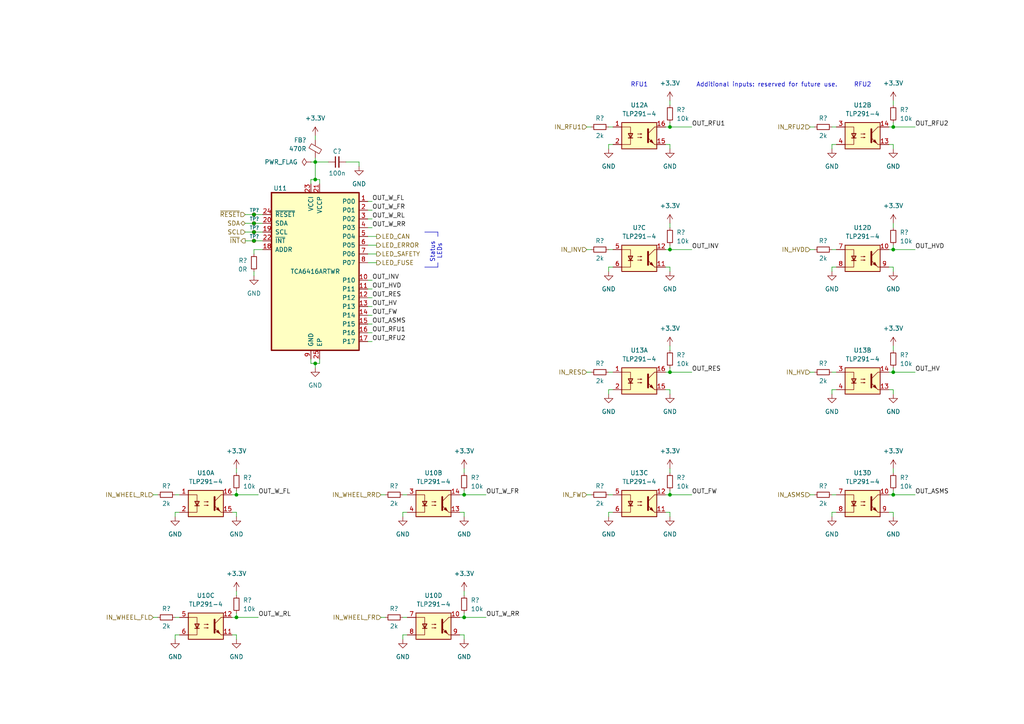
<source format=kicad_sch>
(kicad_sch (version 20230121) (generator eeschema)
  (paper "A4")
  (title_block (title "Safety Inputs") (date "2023-09-20") (rev "${REVISION}") (company "Author: I. Kajdan") (comment 1 "Reviewer:"))
  (lib_symbols
    (symbol "Connector:TestPoint_Small" (pin_numbers hide) (pin_names (offset 0.762) hide)
      (property "Reference" "TP" (at 0 3.81 0))
      (property "Value" "TestPoint_Small" (at 0 2.032 0))
      (symbol "TestPoint_Small_0_1"
        (circle (center 0 0) (radius 0.508))
      )
      (symbol "TestPoint_Small_1_1"
        (pin passive line (at 0 0 90) (length 0) (name "1") (number "1"))
      )
    )
    (symbol "Device:C_Small" (pin_numbers hide) (pin_names (offset 0.254) hide)
      (property "Reference" "C" (at 0.254 1.778 0))
      (property "Value" "C_Small" (at 0.254 -2.032 0))
      (symbol "C_Small_0_1"
        (polyline (pts (xy -1.524 -0.508) (xy 1.524 -0.508)) (stroke (width 0.3302)))
        (polyline (pts (xy -1.524 0.508) (xy 1.524 0.508)) (stroke (width 0.3048)))
      )
      (symbol "C_Small_1_1"
        (pin passive line (at 0 2.54 270) (length 2.032) (name "~") (number "1"))
        (pin passive line (at 0 -2.54 90) (length 2.032) (name "~") (number "2"))
      )
    )
    (symbol "Device:FerriteBead_Small" (pin_numbers hide) (pin_names (offset 0))
      (property "Reference" "FB" (at 1.905 1.27 0))
      (property "Value" "FerriteBead_Small" (at 1.905 -1.27 0))
      (symbol "FerriteBead_Small_0_1"
        (polyline (pts (xy 0 -1.27) (xy 0 -0.7874)))
        (polyline (pts (xy 0 0.889) (xy 0 1.2954)))
        (polyline (pts (xy -1.8288 0.2794) (xy -1.1176 1.4986) (xy 1.8288 -0.2032) (xy 1.1176 -1.4224) (xy -1.8288 0.2794)))
      )
      (symbol "FerriteBead_Small_1_1"
        (pin passive line (at 0 2.54 270) (length 1.27) (name "~") (number "1"))
        (pin passive line (at 0 -2.54 90) (length 1.27) (name "~") (number "2"))
      )
    )
    (symbol "Device:R_Small" (pin_numbers hide) (pin_names (offset 0.254) hide)
      (property "Reference" "R" (at 0.762 0.508 0))
      (property "Value" "R_Small" (at 0.762 -1.016 0))
      (symbol "R_Small_0_1"
        (rectangle (start -0.762 1.778) (end 0.762 -1.778) (stroke (width 0.2032)))
      )
      (symbol "R_Small_1_1"
        (pin passive line (at 0 2.54 270) (length 0.762) (name "~") (number "1"))
        (pin passive line (at 0 -2.54 90) (length 0.762) (name "~") (number "2"))
      )
    )
    (symbol "Isolator:TLP291-4"
      (property "Reference" "U" (at -5.08 5.08 0))
      (property "Value" "TLP291-4" (at 0 5.08 0))
      (symbol "TLP291-4_0_1"
        (rectangle (start -5.08 3.81) (end 5.08 -3.81) (stroke (width 0.254)) (fill (type background)))
        (polyline (pts (xy -3.175 -0.635) (xy -1.905 -0.635)) (stroke (width 0.254)))
        (polyline (pts (xy 2.54 0.635) (xy 4.445 2.54)))
        (polyline (pts (xy 4.445 -2.54) (xy 2.54 -0.635)) (fill (type outline)))
        (polyline (pts (xy 4.445 -2.54) (xy 5.08 -2.54)))
        (polyline (pts (xy 4.445 2.54) (xy 5.08 2.54)))
        (polyline (pts (xy -5.08 2.54) (xy -2.54 2.54) (xy -2.54 0.635)))
        (polyline (pts (xy -2.54 0.635) (xy -2.54 -2.54) (xy -5.08 -2.54)))
        (polyline (pts (xy 2.54 1.905) (xy 2.54 -1.905) (xy 2.54 -1.905)) (stroke (width 0.508)))
        (polyline (pts (xy -2.54 -0.635) (xy -3.175 0.635) (xy -1.905 0.635) (xy -2.54 -0.635)) (stroke (width 0.254)))
        (polyline (pts (xy -0.508 -0.508) (xy 0.762 -0.508) (xy 0.381 -0.635) (xy 0.381 -0.381) (xy 0.762 -0.508)))
        (polyline (pts (xy -0.508 0.508) (xy 0.762 0.508) (xy 0.381 0.381) (xy 0.381 0.635) (xy 0.762 0.508)))
        (polyline (pts (xy 3.048 -1.651) (xy 3.556 -1.143) (xy 4.064 -2.159) (xy 3.048 -1.651) (xy 3.048 -1.651)) (fill (type outline)))
      )
      (symbol "TLP291-4_1_1"
        (pin passive line (at -7.62 2.54 0) (length 2.54) (name "~") (number "1"))
        (pin passive line (at 7.62 -2.54 180) (length 2.54) (name "~") (number "15"))
        (pin passive line (at 7.62 2.54 180) (length 2.54) (name "~") (number "16"))
        (pin passive line (at -7.62 -2.54 0) (length 2.54) (name "~") (number "2"))
      )
      (symbol "TLP291-4_2_1"
        (pin passive line (at 7.62 -2.54 180) (length 2.54) (name "~") (number "13"))
        (pin passive line (at 7.62 2.54 180) (length 2.54) (name "~") (number "14"))
        (pin passive line (at -7.62 2.54 0) (length 2.54) (name "~") (number "3"))
        (pin passive line (at -7.62 -2.54 0) (length 2.54) (name "~") (number "4"))
      )
      (symbol "TLP291-4_3_1"
        (pin passive line (at 7.62 -2.54 180) (length 2.54) (name "~") (number "11"))
        (pin passive line (at 7.62 2.54 180) (length 2.54) (name "~") (number "12"))
        (pin passive line (at -7.62 2.54 0) (length 2.54) (name "~") (number "5"))
        (pin passive line (at -7.62 -2.54 0) (length 2.54) (name "~") (number "6"))
      )
      (symbol "TLP291-4_4_1"
        (pin passive line (at 7.62 2.54 180) (length 2.54) (name "~") (number "10"))
        (pin passive line (at -7.62 2.54 0) (length 2.54) (name "~") (number "7"))
        (pin passive line (at -7.62 -2.54 0) (length 2.54) (name "~") (number "8"))
        (pin passive line (at 7.62 -2.54 180) (length 2.54) (name "~") (number "9"))
      )
    )
    (symbol "TCA6416ARTWR:TCA6416ARTWR" (pin_names (offset 1.016))
      (property "Reference" "U" (at -12.7 23.86 0))
      (property "Value" "TCA6416ARTWR" (at -7.62 -1.46 0))
      (symbol "TCA6416ARTWR_0_0"
        (rectangle (start -12.7 22.86) (end 12.7 -22.86) (stroke (width 0.41)) (fill (type background)))
      )
      (symbol "TCA6416ARTWR_1_0"
        (pin bidirectional line (at 15.24 20.32 180) (length 2.54) (name "P00") (number "1"))
        (pin bidirectional line (at 15.24 -2.54 180) (length 2.54) (name "P10") (number "10"))
        (pin bidirectional line (at 15.24 -5.08 180) (length 2.54) (name "P11") (number "11"))
        (pin bidirectional line (at 15.24 -7.62 180) (length 2.54) (name "P12") (number "12"))
        (pin bidirectional line (at 15.24 -10.16 180) (length 2.54) (name "P13") (number "13"))
        (pin bidirectional line (at 15.24 -12.7 180) (length 2.54) (name "P14") (number "14"))
        (pin bidirectional line (at 15.24 -15.24 180) (length 2.54) (name "P15") (number "15"))
        (pin bidirectional line (at 15.24 -17.78 180) (length 2.54) (name "P16") (number "16"))
        (pin bidirectional line (at 15.24 -20.32 180) (length 2.54) (name "P17") (number "17"))
        (pin input line (at -15.24 6.35 0) (length 2.54) (name "ADDR") (number "18"))
        (pin input line (at -15.24 11.43 0) (length 2.54) (name "SCL") (number "19"))
        (pin bidirectional line (at 15.24 17.78 180) (length 2.54) (name "P01") (number "2"))
        (pin bidirectional line (at -15.24 13.97 0) (length 2.54) (name "SDA") (number "20"))
        (pin power_in line (at 1.27 25.4 270) (length 2.54) (name "VCCP") (number "21"))
        (pin output line (at -15.24 8.89 0) (length 2.54) (name "~{INT}") (number "22"))
        (pin power_in line (at -1.27 25.4 270) (length 2.54) (name "VCCI") (number "23"))
        (pin input line (at -15.24 16.51 0) (length 2.54) (name "~{RESET}") (number "24"))
        (pin passive line (at 1.27 -25.4 90) (length 2.54) (name "EP") (number "25"))
        (pin bidirectional line (at 15.24 15.24 180) (length 2.54) (name "P02") (number "3"))
        (pin bidirectional line (at 15.24 12.7 180) (length 2.54) (name "P03") (number "4"))
        (pin bidirectional line (at 15.24 10.16 180) (length 2.54) (name "P04") (number "5"))
        (pin bidirectional line (at 15.24 7.62 180) (length 2.54) (name "P05") (number "6"))
        (pin bidirectional line (at 15.24 5.08 180) (length 2.54) (name "P06") (number "7"))
        (pin bidirectional line (at 15.24 2.54 180) (length 2.54) (name "P07") (number "8"))
        (pin power_in line (at -1.27 -25.4 90) (length 2.54) (name "GND") (number "9"))
      )
    )
    (symbol "power:+3.3V" (power) (pin_names (offset 0))
      (property "Value" "+3.3V" (at 0 3.556 0))
      (symbol "+3.3V_0_1"
        (polyline (pts (xy -0.762 1.27) (xy 0 2.54)))
        (polyline (pts (xy 0 0) (xy 0 2.54)))
        (polyline (pts (xy 0 2.54) (xy 0.762 1.27)))
      )
      (symbol "+3.3V_1_1"
        (pin power_in line (at 0 0 90) (length 0) hide (name "+3.3V") (number "1"))
      )
    )
    (symbol "power:GND" (power) (pin_names (offset 0))
      (property "Value" "GND" (at 0 -3.81 0))
      (symbol "GND_0_1"
        (polyline (pts (xy 0 0) (xy 0 -1.27) (xy 1.27 -1.27) (xy 0 -2.54) (xy -1.27 -1.27) (xy 0 -1.27)))
      )
      (symbol "GND_1_1"
        (pin power_in line (at 0 0 270) (length 0) hide (name "GND") (number "1"))
      )
    )
    (symbol "power:PWR_FLAG" (power) (pin_numbers hide) (pin_names (offset 0) hide)
      (property "Value" "PWR_FLAG" (at 0 3.81 0))
      (symbol "PWR_FLAG_0_0"
        (pin power_out line (at 0 0 90) (length 0) (name "pwr") (number "1"))
      )
      (symbol "PWR_FLAG_0_1"
        (polyline (pts (xy 0 0) (xy 0 1.27) (xy -1.016 1.905) (xy 0 2.54) (xy 1.016 1.905) (xy 0 1.27)))
      )
    )
  )
  (junction (at 91.44 46.99))
  (junction (at 91.44 105.41))
  (junction (at 259.08 36.83))
  (junction (at 134.62 179.07))
  (junction (at 68.58 143.51))
  (junction (at 259.08 72.39))
  (junction (at 134.62 143.51))
  (junction (at 194.31 143.51))
  (junction (at 194.31 72.39))
  (junction (at 194.31 107.95))
  (junction (at 73.66 64.77))
  (junction (at 259.08 143.51))
  (junction (at 73.66 67.31))
  (junction (at 91.44 52.07))
  (junction (at 194.31 36.83))
  (junction (at 73.66 69.85))
  (junction (at 73.66 62.23))
  (junction (at 259.08 107.95))
  (junction (at 68.58 179.07))
  (wire (pts (xy 68.58 177.8) (xy 68.58 179.07)))
  (wire (pts (xy 176.53 43.18) (xy 176.53 41.91)))
  (wire (pts (xy 107.95 81.28) (xy 106.68 81.28)))
  (wire (pts (xy 241.3 148.59) (xy 242.57 148.59)))
  (wire (pts (xy 241.3 114.3) (xy 241.3 113.03)))
  (wire (pts (xy 71.12 69.85) (xy 73.66 69.85)))
  (wire (pts (xy 107.95 83.82) (xy 106.68 83.82)))
  (wire (pts (xy 194.31 72.39) (xy 193.04 72.39)))
  (wire (pts (xy 73.66 72.39) (xy 73.66 73.66)))
  (wire (pts (xy 68.58 142.24) (xy 68.58 143.51)))
  (wire (pts (xy 107.95 93.98) (xy 106.68 93.98)))
  (wire (pts (xy 68.58 148.59) (xy 68.58 149.86)))
  (wire (pts (xy 90.17 104.14) (xy 90.17 105.41)))
  (wire (pts (xy 107.95 63.5) (xy 106.68 63.5)))
  (wire (pts (xy 106.68 76.2) (xy 109.22 76.2)))
  (wire (pts (xy 76.2 72.39) (xy 73.66 72.39)))
  (wire (pts (xy 257.81 113.03) (xy 259.08 113.03)))
  (wire (pts (xy 90.17 53.34) (xy 90.17 52.07)))
  (wire (pts (xy 176.53 107.95) (xy 177.8 107.95)))
  (wire (pts (xy 106.68 71.12) (xy 109.22 71.12)))
  (wire (pts (xy 259.08 29.21) (xy 259.08 30.48)))
  (wire (pts (xy 176.53 148.59) (xy 177.8 148.59)))
  (wire (pts (xy 50.8 184.15) (xy 52.07 184.15)))
  (wire (pts (xy 194.31 36.83) (xy 193.04 36.83)))
  (wire (pts (xy 176.53 149.86) (xy 176.53 148.59)))
  (wire (pts (xy 134.62 179.07) (xy 140.97 179.07)))
  (wire (pts (xy 193.04 77.47) (xy 194.31 77.47)))
  (wire (pts (xy 107.95 60.96) (xy 106.68 60.96)))
  (wire (pts (xy 71.12 64.77) (xy 73.66 64.77)))
  (wire (pts (xy 90.17 105.41) (xy 91.44 105.41)))
  (wire (pts (xy 73.66 69.85) (xy 76.2 69.85)))
  (wire (pts (xy 193.04 113.03) (xy 194.31 113.03)))
  (wire (pts (xy 234.95 107.95) (xy 236.22 107.95)))
  (wire (pts (xy 170.18 143.51) (xy 171.45 143.51)))
  (wire (pts (xy 107.95 58.42) (xy 106.68 58.42)))
  (wire (pts (xy 116.84 149.86) (xy 116.84 148.59)))
  (wire (pts (xy 50.8 179.07) (xy 52.07 179.07)))
  (wire (pts (xy 241.3 107.95) (xy 242.57 107.95)))
  (wire (pts (xy 67.31 184.15) (xy 68.58 184.15)))
  (wire (pts (xy 91.44 46.99) (xy 95.25 46.99)))
  (wire (pts (xy 176.53 72.39) (xy 177.8 72.39)))
  (wire (pts (xy 107.95 96.52) (xy 106.68 96.52)))
  (wire (pts (xy 104.14 46.99) (xy 104.14 48.26)))
  (wire (pts (xy 106.68 73.66) (xy 109.22 73.66)))
  (wire (pts (xy 194.31 35.56) (xy 194.31 36.83)))
  (wire (pts (xy 133.35 184.15) (xy 134.62 184.15)))
  (wire (pts (xy 234.95 36.83) (xy 236.22 36.83)))
  (wire (pts (xy 241.3 36.83) (xy 242.57 36.83)))
  (wire (pts (xy 92.71 53.34) (xy 92.71 52.07)))
  (wire (pts (xy 107.95 86.36) (xy 106.68 86.36)))
  (wire (pts (xy 133.35 148.59) (xy 134.62 148.59)))
  (wire (pts (xy 176.53 78.74) (xy 176.53 77.47)))
  (wire (pts (xy 73.66 62.23) (xy 76.2 62.23)))
  (wire (pts (xy 194.31 113.03) (xy 194.31 114.3)))
  (wire (pts (xy 170.18 107.95) (xy 171.45 107.95)))
  (wire (pts (xy 194.31 107.95) (xy 193.04 107.95)))
  (wire (pts (xy 194.31 71.12) (xy 194.31 72.39)))
  (wire (pts (xy 259.08 64.77) (xy 259.08 66.04)))
  (wire (pts (xy 50.8 149.86) (xy 50.8 148.59)))
  (wire (pts (xy 241.3 78.74) (xy 241.3 77.47)))
  (wire (pts (xy 259.08 36.83) (xy 257.81 36.83)))
  (wire (pts (xy 193.04 41.91) (xy 194.31 41.91)))
  (wire (pts (xy 107.95 99.06) (xy 106.68 99.06)))
  (wire (pts (xy 90.17 52.07) (xy 91.44 52.07)))
  (polyline (pts (xy 123.19 77.47) (xy 127 77.47)))
  (wire (pts (xy 259.08 142.24) (xy 259.08 143.51)))
  (wire (pts (xy 259.08 148.59) (xy 259.08 149.86)))
  (wire (pts (xy 194.31 135.89) (xy 194.31 137.16)))
  (polyline (pts (xy 127 76.2) (xy 127 77.47)))
  (wire (pts (xy 50.8 143.51) (xy 52.07 143.51)))
  (wire (pts (xy 259.08 41.91) (xy 259.08 43.18)))
  (wire (pts (xy 241.3 41.91) (xy 242.57 41.91)))
  (wire (pts (xy 134.62 184.15) (xy 134.62 185.42)))
  (wire (pts (xy 134.62 143.51) (xy 140.97 143.51)))
  (wire (pts (xy 116.84 148.59) (xy 118.11 148.59)))
  (wire (pts (xy 241.3 143.51) (xy 242.57 143.51)))
  (wire (pts (xy 107.95 91.44) (xy 106.68 91.44)))
  (wire (pts (xy 73.66 67.31) (xy 76.2 67.31)))
  (wire (pts (xy 176.53 113.03) (xy 177.8 113.03)))
  (wire (pts (xy 92.71 104.14) (xy 92.71 105.41)))
  (wire (pts (xy 241.3 43.18) (xy 241.3 41.91)))
  (wire (pts (xy 194.31 41.91) (xy 194.31 43.18)))
  (wire (pts (xy 194.31 77.47) (xy 194.31 78.74)))
  (wire (pts (xy 259.08 107.95) (xy 257.81 107.95)))
  (wire (pts (xy 91.44 39.37) (xy 91.44 40.64)))
  (wire (pts (xy 91.44 105.41) (xy 92.71 105.41)))
  (wire (pts (xy 134.62 143.51) (xy 133.35 143.51)))
  (wire (pts (xy 116.84 143.51) (xy 118.11 143.51)))
  (wire (pts (xy 68.58 184.15) (xy 68.58 185.42)))
  (wire (pts (xy 234.95 143.51) (xy 236.22 143.51)))
  (wire (pts (xy 234.95 72.39) (xy 236.22 72.39)))
  (wire (pts (xy 116.84 184.15) (xy 118.11 184.15)))
  (wire (pts (xy 176.53 41.91) (xy 177.8 41.91)))
  (wire (pts (xy 73.66 64.77) (xy 76.2 64.77)))
  (wire (pts (xy 116.84 179.07) (xy 118.11 179.07)))
  (wire (pts (xy 259.08 77.47) (xy 259.08 78.74)))
  (wire (pts (xy 134.62 148.59) (xy 134.62 149.86)))
  (wire (pts (xy 90.17 46.99) (xy 91.44 46.99)))
  (wire (pts (xy 194.31 106.68) (xy 194.31 107.95)))
  (wire (pts (xy 241.3 77.47) (xy 242.57 77.47)))
  (wire (pts (xy 91.44 106.68) (xy 91.44 105.41)))
  (wire (pts (xy 104.14 46.99) (xy 100.33 46.99)))
  (wire (pts (xy 176.53 143.51) (xy 177.8 143.51)))
  (wire (pts (xy 110.49 179.07) (xy 111.76 179.07)))
  (wire (pts (xy 68.58 135.89) (xy 68.58 137.16)))
  (wire (pts (xy 106.68 68.58) (xy 109.22 68.58)))
  (wire (pts (xy 194.31 100.33) (xy 194.31 101.6)))
  (wire (pts (xy 68.58 179.07) (xy 74.93 179.07)))
  (wire (pts (xy 259.08 106.68) (xy 259.08 107.95)))
  (wire (pts (xy 259.08 100.33) (xy 259.08 101.6)))
  (wire (pts (xy 241.3 72.39) (xy 242.57 72.39)))
  (wire (pts (xy 91.44 45.72) (xy 91.44 46.99)))
  (wire (pts (xy 67.31 148.59) (xy 68.58 148.59)))
  (polyline (pts (xy 127 67.31) (xy 127 68.58)))
  (wire (pts (xy 44.45 143.51) (xy 45.72 143.51)))
  (wire (pts (xy 193.04 148.59) (xy 194.31 148.59)))
  (wire (pts (xy 241.3 149.86) (xy 241.3 148.59)))
  (wire (pts (xy 134.62 171.45) (xy 134.62 172.72)))
  (wire (pts (xy 257.81 41.91) (xy 259.08 41.91)))
  (wire (pts (xy 50.8 185.42) (xy 50.8 184.15)))
  (wire (pts (xy 170.18 72.39) (xy 171.45 72.39)))
  (wire (pts (xy 134.62 179.07) (xy 133.35 179.07)))
  (wire (pts (xy 194.31 142.24) (xy 194.31 143.51)))
  (polyline (pts (xy 123.19 67.31) (xy 127 67.31)))
  (wire (pts (xy 107.95 88.9) (xy 106.68 88.9)))
  (wire (pts (xy 194.31 148.59) (xy 194.31 149.86)))
  (wire (pts (xy 68.58 171.45) (xy 68.58 172.72)))
  (wire (pts (xy 92.71 52.07) (xy 91.44 52.07)))
  (wire (pts (xy 73.66 78.74) (xy 73.66 80.01)))
  (wire (pts (xy 259.08 143.51) (xy 257.81 143.51)))
  (wire (pts (xy 259.08 71.12) (xy 259.08 72.39)))
  (wire (pts (xy 194.31 143.51) (xy 193.04 143.51)))
  (wire (pts (xy 176.53 114.3) (xy 176.53 113.03)))
  (wire (pts (xy 44.45 179.07) (xy 45.72 179.07)))
  (wire (pts (xy 71.12 67.31) (xy 73.66 67.31)))
  (wire (pts (xy 68.58 179.07) (xy 67.31 179.07)))
  (wire (pts (xy 259.08 135.89) (xy 259.08 137.16)))
  (wire (pts (xy 194.31 72.39) (xy 200.66 72.39)))
  (wire (pts (xy 257.81 77.47) (xy 259.08 77.47)))
  (wire (pts (xy 71.12 62.23) (xy 73.66 62.23)))
  (wire (pts (xy 134.62 135.89) (xy 134.62 137.16)))
  (wire (pts (xy 170.18 36.83) (xy 171.45 36.83)))
  (wire (pts (xy 259.08 107.95) (xy 265.43 107.95)))
  (wire (pts (xy 176.53 77.47) (xy 177.8 77.47)))
  (wire (pts (xy 259.08 36.83) (xy 265.43 36.83)))
  (wire (pts (xy 50.8 148.59) (xy 52.07 148.59)))
  (wire (pts (xy 259.08 72.39) (xy 257.81 72.39)))
  (wire (pts (xy 134.62 142.24) (xy 134.62 143.51)))
  (wire (pts (xy 176.53 36.83) (xy 177.8 36.83)))
  (wire (pts (xy 194.31 107.95) (xy 200.66 107.95)))
  (wire (pts (xy 194.31 64.77) (xy 194.31 66.04)))
  (wire (pts (xy 241.3 113.03) (xy 242.57 113.03)))
  (wire (pts (xy 194.31 143.51) (xy 200.66 143.51)))
  (wire (pts (xy 259.08 35.56) (xy 259.08 36.83)))
  (wire (pts (xy 110.49 143.51) (xy 111.76 143.51)))
  (wire (pts (xy 194.31 29.21) (xy 194.31 30.48)))
  (wire (pts (xy 116.84 185.42) (xy 116.84 184.15)))
  (wire (pts (xy 68.58 143.51) (xy 67.31 143.51)))
  (wire (pts (xy 68.58 143.51) (xy 74.93 143.51)))
  (wire (pts (xy 107.95 66.04) (xy 106.68 66.04)))
  (wire (pts (xy 194.31 36.83) (xy 200.66 36.83)))
  (wire (pts (xy 134.62 177.8) (xy 134.62 179.07)))
  (wire (pts (xy 91.44 46.99) (xy 91.44 52.07)))
  (wire (pts (xy 259.08 113.03) (xy 259.08 114.3)))
  (wire (pts (xy 259.08 72.39) (xy 265.43 72.39)))
  (wire (pts (xy 259.08 143.51) (xy 265.43 143.51)))
  (wire (pts (xy 257.81 148.59) (xy 259.08 148.59)))
  (text "RFU2" (at 247.65 25.4 0) (effects (font (size 1.27 1.27)) (justify left bottom)))
  (text "RFU1" (at 182.88 25.4 0) (effects (font (size 1.27 1.27)) (justify left bottom)))
  (text "Status\n LEDs\n" (at 128.27 76.2 90) (effects (font (size 1.27 1.27)) (justify left bottom)))
  (text "Additional inputs: reserved for future use." (at 201.93 25.4 0) (effects (font (size 1.27 1.27)) (justify left bottom)))
  (label "OUT_INV" (at 200.66 72.39 0))
  (label "OUT_W_RR" (at 140.97 179.07 0))
  (label "OUT_RES" (at 200.66 107.95 0))
  (label "OUT_W_FL" (at 107.95 58.42 0))
  (label "OUT_ASMS" (at 107.95 93.98 0))
  (label "OUT_HVD" (at 265.43 72.39 0))
  (label "OUT_W_FR" (at 140.97 143.51 0))
  (label "OUT_ASMS" (at 265.43 143.51 0))
  (label "OUT_FW" (at 200.66 143.51 0))
  (label "OUT_FW" (at 107.95 91.44 0))
  (label "OUT_HV" (at 265.43 107.95 0))
  (label "OUT_HV" (at 107.95 88.9 0))
  (label "OUT_RFU1" (at 200.66 36.83 0))
  (label "OUT_RFU1" (at 107.95 96.52 0))
  (label "OUT_W_RL" (at 74.93 179.07 0))
  (label "OUT_RFU2" (at 107.95 99.06 0))
  (label "OUT_W_FL" (at 74.93 143.51 0))
  (label "OUT_W_RL" (at 107.95 63.5 0))
  (label "OUT_RES" (at 107.95 86.36 0))
  (label "OUT_HVD" (at 107.95 83.82 0))
  (label "OUT_INV" (at 107.95 81.28 0))
  (label "OUT_W_RR" (at 107.95 66.04 0))
  (label "OUT_RFU2" (at 265.43 36.83 0))
  (label "OUT_W_FR" (at 107.95 60.96 0))
  (hierarchical_label "IN_INV" (shape input) (at 170.18 72.39 180))
  (hierarchical_label "IN_RFU2" (shape input) (at 234.95 36.83 180))
  (hierarchical_label "IN_WHEEL_FR" (shape input) (at 110.49 179.07 180))
  (hierarchical_label "SDA" (shape bidirectional) (at 71.12 64.77 180))
  (hierarchical_label "~{RESET}" (shape input) (at 71.12 62.23 180))
  (hierarchical_label "IN_WHEEL_FL" (shape input) (at 44.45 179.07 180))
  (hierarchical_label "LED_SAFETY" (shape output) (at 109.22 73.66 0))
  (hierarchical_label "IN_FW" (shape input) (at 170.18 143.51 180))
  (hierarchical_label "LED_CAN" (shape output) (at 109.22 68.58 0))
  (hierarchical_label "IN_WHEEL_RR" (shape input) (at 110.49 143.51 180))
  (hierarchical_label "IN_HV" (shape input) (at 234.95 107.95 180))
  (hierarchical_label "IN_RFU1" (shape input) (at 170.18 36.83 180))
  (hierarchical_label "IN_HVD" (shape input) (at 234.95 72.39 180))
  (hierarchical_label "LED_ERROR" (shape output) (at 109.22 71.12 0))
  (hierarchical_label "IN_ASMS" (shape input) (at 234.95 143.51 180))
  (hierarchical_label "IN_WHEEL_RL" (shape input) (at 44.45 143.51 180))
  (hierarchical_label "LED_FUSE" (shape output) (at 109.22 76.2 0))
  (hierarchical_label "~{INT}" (shape output) (at 71.12 69.85 180))
  (hierarchical_label "SCL" (shape input) (at 71.12 67.31 180))
  (hierarchical_label "IN_RES" (shape input) (at 170.18 107.95 180))
  (symbol (lib_id "Device:R_Small") (at 114.3 143.51 90) (unit 1)
    (property "Reference" "R?" (at 114.3 140.97 90))
    (property "Value" "2k" (at 114.3 146.05 90))
    (property "Footprint" "Resistor_SMD:R_0603_1608Metric" (effects hide))
    (instances (project "rearbox" (path "" (reference "R?") (unit 1)) (path "" (reference "R77") (unit 1))))
  )
  (symbol (lib_id "power:+3.3V") (at 194.31 135.89 0) (unit 1)
    (property "Reference" "#PWR?" (effects hide))
    (property "Value" "+3.3V" (at 194.31 130.81 0))
    (instances (project "rearbox" (path "" (reference "#PWR?") (unit 1)) (path "" (reference "#PWR0129") (unit 1))))
  )
  (symbol (lib_id "power:GND") (at 104.14 48.26 0) (unit 1)
    (property "Reference" "#PWR?" (effects hide))
    (property "Value" "GND" (at 104.14 53.34 0))
    (instances (project "rearbox" (path "" (reference "#PWR?") (unit 1)) (path "" (reference "#PWR0119") (unit 1)) (path "" (reference "#PWR0112") (unit 1))))
  )
  (symbol (lib_id "power:GND") (at 241.3 149.86 0) (unit 1)
    (property "Reference" "#PWR?" (effects hide))
    (property "Value" "GND" (at 241.3 154.94 0))
    (instances (project "rearbox" (path "" (reference "#PWR?") (unit 1)) (path "" (reference "#PWR0134") (unit 1))))
  )
  (symbol (lib_id "power:GND") (at 91.44 106.68 0) (unit 1)
    (property "Reference" "#PWR?" (effects hide))
    (property "Value" "GND" (at 91.44 111.76 0))
    (instances (project "rearbox" (path "" (reference "#PWR?") (unit 1)) (path "" (reference "#PWR0111") (unit 1))))
  )
  (symbol (lib_id "Isolator:TLP291-4") (at 250.19 146.05 0) (unit 4)
    (property "Reference" "U13" (at 250.19 137.16 0))
    (property "Value" "TLP291-4" (at 250.19 139.7 0))
    (property "Footprint" "Package_SO:SOIC-16_4.55x10.3mm_P1.27mm" (effects hide))
    (property "Datasheet" "https://toshiba.semicon-storage.com/info/docget.jsp?did=12858&prodName=TLP291-4" (effects hide))
  )
  (symbol (lib_id "Device:R_Small") (at 238.76 107.95 90) (unit 1)
    (property "Reference" "R?" (at 238.76 105.41 90))
    (property "Value" "2k" (at 238.76 110.49 90))
    (property "Footprint" "Resistor_SMD:R_0603_1608Metric" (effects hide))
    (instances (project "rearbox" (path "" (reference "R?") (unit 1)) (path "" (reference "R91") (unit 1))))
  )
  (symbol (lib_id "power:+3.3V") (at 259.08 100.33 0) (unit 1)
    (property "Reference" "#PWR?" (effects hide))
    (property "Value" "+3.3V" (at 259.08 95.25 0))
    (instances (project "rearbox" (path "" (reference "#PWR?") (unit 1)) (path "" (reference "#PWR0139") (unit 1))))
  )
  (symbol (lib_id "Device:FerriteBead_Small") (at 91.44 43.18 0) (unit 1)
    (property "Reference" "FB?" (at 88.9 40.64 0) (effects (justify right)))
    (property "Value" "470R" (at 88.9 43.18 0) (effects (justify right)))
    (property "Footprint" "Inductor_SMD:L_0603_1608Metric" (effects hide))
    (instances (project "rearbox" (path "" (reference "FB?") (unit 1)) (path "" (reference "FB3") (unit 1)) (path "" (reference "FB1") (unit 1)) (path "" (reference "FB7") (unit 1))))
  )
  (symbol (lib_id "Isolator:TLP291-4") (at 185.42 110.49 0) (unit 1)
    (property "Reference" "U13" (at 185.42 101.6 0))
    (property "Value" "TLP291-4" (at 185.42 104.14 0))
    (property "Footprint" "Package_SO:SOIC-16_4.55x10.3mm_P1.27mm" (effects hide))
    (property "Datasheet" "https://toshiba.semicon-storage.com/info/docget.jsp?did=12858&prodName=TLP291-4" (effects hide))
  )
  (symbol (lib_id "Isolator:TLP291-4") (at 125.73 181.61 0) (unit 4)
    (property "Reference" "U10" (at 125.73 172.72 0))
    (property "Value" "TLP291-4" (at 125.73 175.26 0))
    (property "Footprint" "Package_SO:SOIC-16_4.55x10.3mm_P1.27mm" (effects hide))
    (property "Datasheet" "https://toshiba.semicon-storage.com/info/docget.jsp?did=12858&prodName=TLP291-4" (effects hide))
  )
  (symbol (lib_id "power:+3.3V") (at 259.08 64.77 0) (unit 1)
    (property "Reference" "#PWR?" (effects hide))
    (property "Value" "+3.3V" (at 259.08 59.69 0))
    (instances (project "rearbox" (path "" (reference "#PWR?") (unit 1)) (path "" (reference "#PWR0137") (unit 1))))
  )
  (symbol (lib_id "Device:R_Small") (at 48.26 179.07 90) (unit 1)
    (property "Reference" "R?" (at 48.26 176.53 90))
    (property "Value" "2k" (at 48.26 181.61 90))
    (property "Footprint" "Resistor_SMD:R_0603_1608Metric" (effects hide))
    (instances (project "rearbox" (path "" (reference "R?") (unit 1)) (path "" (reference "R73") (unit 1))))
  )
  (symbol (lib_id "power:GND") (at 134.62 149.86 0) (unit 1)
    (property "Reference" "#PWR?" (effects hide))
    (property "Value" "GND" (at 134.62 154.94 0))
    (instances (project "rearbox" (path "" (reference "#PWR?") (unit 1)) (path "" (reference "#PWR0116") (unit 1))))
  )
  (symbol (lib_id "Device:R_Small") (at 259.08 139.7 180) (unit 1)
    (property "Reference" "R?" (at 260.985 137.795 0) (effects (justify right bottom)))
    (property "Value" "10k" (at 260.985 140.335 0) (effects (justify right bottom)))
    (property "Footprint" "Resistor_SMD:R_0603_1608Metric" (effects hide))
    (instances (project "rearbox" (path "" (reference "R?") (unit 1)) (path "" (reference "R96") (unit 1))))
  )
  (symbol (lib_id "Device:R_Small") (at 173.99 107.95 90) (unit 1)
    (property "Reference" "R?" (at 173.99 105.41 90))
    (property "Value" "2k" (at 173.99 110.49 90))
    (property "Footprint" "Resistor_SMD:R_0603_1608Metric" (effects hide))
    (instances (project "rearbox" (path "" (reference "R?") (unit 1)) (path "" (reference "R83") (unit 1))))
  )
  (symbol (lib_id "power:PWR_FLAG") (at 90.17 46.99 90) (unit 1)
    (property "Reference" "#FLG08" (effects hide))
    (property "Value" "PWR_FLAG" (at 86.36 46.99 90) (effects (justify left)))
    (instances (project "rearbox" (path "" (reference "#FLG08") (unit 1)) (path "" (reference "#FLG010") (unit 1)) (path "" (reference "#FLG014") (unit 1))))
  )
  (symbol (lib_id "Device:R_Small") (at 194.31 68.58 180) (unit 1)
    (property "Reference" "R?" (at 196.215 66.675 0) (effects (justify right bottom)))
    (property "Value" "10k" (at 196.215 69.215 0) (effects (justify right bottom)))
    (property "Footprint" "Resistor_SMD:R_0603_1608Metric" (effects hide))
    (instances (project "rearbox" (path "" (reference "R?") (unit 1)) (path "" (reference "R86") (unit 1))))
  )
  (symbol (lib_id "power:GND") (at 73.66 80.01 0) (unit 1)
    (property "Reference" "#PWR?" (effects hide))
    (property "Value" "GND" (at 73.66 85.09 0))
    (instances (project "rearbox" (path "" (reference "#PWR?") (unit 1)) (path "" (reference "#PWR0109") (unit 1))))
  )
  (symbol (lib_id "Connector:TestPoint_Small") (at 73.66 62.23 0) (unit 1)
    (property "Reference" "TP?" (at 72.39 60.96 0) (effects (font (size 1 1)) (justify left)))
    (property "Value" "TestPoint_Small" (effects hide))
    (property "Footprint" "TestPoint:TestPoint_Pad_D1.0mm" (effects hide))
    (instances (project "rearbox" (path "" (reference "TP?") (unit 1)) (path "" (reference "TP3") (unit 1)) (path "" (reference "TP1") (unit 1)) (path "" (reference "TP26") (unit 1))))
  )
  (symbol (lib_id "power:+3.3V") (at 259.08 29.21 0) (unit 1)
    (property "Reference" "#PWR?" (effects hide))
    (property "Value" "+3.3V" (at 259.08 24.13 0))
    (instances (project "rearbox" (path "" (reference "#PWR?") (unit 1)) (path "" (reference "#PWR0135") (unit 1))))
  )
  (symbol (lib_id "Device:R_Small") (at 259.08 68.58 180) (unit 1)
    (property "Reference" "R?" (at 260.985 66.675 0) (effects (justify right bottom)))
    (property "Value" "10k" (at 260.985 69.215 0) (effects (justify right bottom)))
    (property "Footprint" "Resistor_SMD:R_0603_1608Metric" (effects hide))
    (instances (project "rearbox" (path "" (reference "R?") (unit 1)) (path "" (reference "R94") (unit 1))))
  )
  (symbol (lib_id "Device:C_Small") (at 97.79 46.99 90) (unit 1)
    (property "Reference" "C?" (at 97.79 43.18 90) (effects (justify bottom)))
    (property "Value" "100n" (at 97.79 49.53 90) (effects (justify bottom)))
    (property "Footprint" "Capacitor_SMD:C_0603_1608Metric" (effects hide))
    (instances (project "rearbox" (path "" (reference "C?") (unit 1)) (path "" (reference "C27") (unit 1)) (path "" (reference "C25") (unit 1)) (path "" (reference "C34") (unit 1)) (path "" (reference "C34") (unit 1))))
  )
  (symbol (lib_id "Device:R_Small") (at 114.3 179.07 90) (unit 1)
    (property "Reference" "R?" (at 114.3 176.53 90))
    (property "Value" "2k" (at 114.3 181.61 90))
    (property "Footprint" "Resistor_SMD:R_0603_1608Metric" (effects hide))
    (instances (project "rearbox" (path "" (reference "R?") (unit 1)) (path "" (reference "R78") (unit 1))))
  )
  (symbol (lib_id "Device:R_Small") (at 173.99 72.39 90) (unit 1)
    (property "Reference" "R?" (at 173.99 69.85 90))
    (property "Value" "2k" (at 173.99 74.93 90))
    (property "Footprint" "Resistor_SMD:R_0603_1608Metric" (effects hide))
    (instances (project "rearbox" (path "" (reference "R?") (unit 1)) (path "" (reference "R82") (unit 1))))
  )
  (symbol (lib_id "Device:R_Small") (at 134.62 139.7 180) (unit 1)
    (property "Reference" "R?" (at 136.525 137.795 0) (effects (justify right bottom)))
    (property "Value" "10k" (at 136.525 140.335 0) (effects (justify right bottom)))
    (property "Footprint" "Resistor_SMD:R_0603_1608Metric" (effects hide))
    (instances (project "rearbox" (path "" (reference "R?") (unit 1)) (path "" (reference "R79") (unit 1))))
  )
  (symbol (lib_id "Isolator:TLP291-4") (at 59.69 146.05 0) (unit 1)
    (property "Reference" "U10" (at 59.69 137.16 0))
    (property "Value" "TLP291-4" (at 59.69 139.7 0))
    (property "Footprint" "Package_SO:SOIC-16_4.55x10.3mm_P1.27mm" (effects hide))
    (property "Datasheet" "https://toshiba.semicon-storage.com/info/docget.jsp?did=12858&prodName=TLP291-4" (effects hide))
  )
  (symbol (lib_id "power:GND") (at 176.53 114.3 0) (unit 1)
    (property "Reference" "#PWR?" (effects hide))
    (property "Value" "GND" (at 176.53 119.38 0))
    (instances (project "rearbox" (path "" (reference "#PWR?") (unit 1)) (path "" (reference "#PWR0121") (unit 1))))
  )
  (symbol (lib_id "Device:R_Small") (at 48.26 143.51 90) (unit 1)
    (property "Reference" "R?" (at 48.26 140.97 90))
    (property "Value" "2k" (at 48.26 146.05 90))
    (property "Footprint" "Resistor_SMD:R_0603_1608Metric" (effects hide))
    (instances (project "rearbox" (path "" (reference "R?") (unit 1)) (path "" (reference "R72") (unit 1))))
  )
  (symbol (lib_id "power:GND") (at 241.3 43.18 0) (unit 1)
    (property "Reference" "#PWR?" (effects hide))
    (property "Value" "GND" (at 241.3 48.26 0))
    (instances (project "rearbox" (path "" (reference "#PWR?") (unit 1)) (path "" (reference "#PWR0131") (unit 1))))
  )
  (symbol (lib_id "Isolator:TLP291-4") (at 185.42 74.93 0) (unit 3)
    (property "Reference" "U?" (at 185.42 66.04 0))
    (property "Value" "TLP291-4" (at 185.42 68.58 0))
    (property "Footprint" "Package_SO:SOIC-16_4.55x10.3mm_P1.27mm" (effects hide))
    (property "Datasheet" "https://toshiba.semicon-storage.com/info/docget.jsp?did=12858&prodName=TLP291-4" (effects hide))
    (instances (project "rearbox" (path "" (reference "U?") (unit 3)) (path "" (reference "U12") (unit 3))))
  )
  (symbol (lib_id "power:+3.3V") (at 134.62 171.45 0) (unit 1)
    (property "Reference" "#PWR?" (effects hide))
    (property "Value" "+3.3V" (at 134.62 166.37 0))
    (instances (project "rearbox" (path "" (reference "#PWR?") (unit 1)) (path "" (reference "#PWR0117") (unit 1))))
  )
  (symbol (lib_id "power:GND") (at 194.31 43.18 0) (unit 1)
    (property "Reference" "#PWR?" (effects hide))
    (property "Value" "GND" (at 194.31 48.26 0))
    (instances (project "rearbox" (path "" (reference "#PWR?") (unit 1)) (path "" (reference "#PWR0124") (unit 1))))
  )
  (symbol (lib_id "power:GND") (at 259.08 149.86 0) (unit 1)
    (property "Reference" "#PWR?" (effects hide))
    (property "Value" "GND" (at 259.08 154.94 0))
    (instances (project "rearbox" (path "" (reference "#PWR?") (unit 1)) (path "" (reference "#PWR0142") (unit 1))))
  )
  (symbol (lib_id "Device:R_Small") (at 68.58 175.26 180) (unit 1)
    (property "Reference" "R?" (at 70.485 173.355 0) (effects (justify right bottom)))
    (property "Value" "10k" (at 70.485 175.895 0) (effects (justify right bottom)))
    (property "Footprint" "Resistor_SMD:R_0603_1608Metric" (effects hide))
    (instances (project "rearbox" (path "" (reference "R?") (unit 1)) (path "" (reference "R75") (unit 1))))
  )
  (symbol (lib_id "power:+3.3V") (at 194.31 64.77 0) (unit 1)
    (property "Reference" "#PWR?" (effects hide))
    (property "Value" "+3.3V" (at 194.31 59.69 0))
    (instances (project "rearbox" (path "" (reference "#PWR?") (unit 1)) (path "" (reference "#PWR0125") (unit 1))))
  )
  (symbol (lib_id "Device:R_Small") (at 194.31 139.7 180) (unit 1)
    (property "Reference" "R?" (at 196.215 137.795 0) (effects (justify right bottom)))
    (property "Value" "10k" (at 196.215 140.335 0) (effects (justify right bottom)))
    (property "Footprint" "Resistor_SMD:R_0603_1608Metric" (effects hide))
    (instances (project "rearbox" (path "" (reference "R?") (unit 1)) (path "" (reference "R88") (unit 1))))
  )
  (symbol (lib_id "power:GND") (at 134.62 185.42 0) (unit 1)
    (property "Reference" "#PWR?" (effects hide))
    (property "Value" "GND" (at 134.62 190.5 0))
    (instances (project "rearbox" (path "" (reference "#PWR?") (unit 1)) (path "" (reference "#PWR0118") (unit 1))))
  )
  (symbol (lib_id "Device:R_Small") (at 238.76 72.39 90) (unit 1)
    (property "Reference" "R?" (at 238.76 69.85 90))
    (property "Value" "2k" (at 238.76 74.93 90))
    (property "Footprint" "Resistor_SMD:R_0603_1608Metric" (effects hide))
    (instances (project "rearbox" (path "" (reference "R?") (unit 1)) (path "" (reference "R90") (unit 1))))
  )
  (symbol (lib_id "power:+3.3V") (at 194.31 100.33 0) (unit 1)
    (property "Reference" "#PWR?" (effects hide))
    (property "Value" "+3.3V" (at 194.31 95.25 0))
    (instances (project "rearbox" (path "" (reference "#PWR?") (unit 1)) (path "" (reference "#PWR0127") (unit 1))))
  )
  (symbol (lib_id "Device:R_Small") (at 173.99 36.83 90) (unit 1)
    (property "Reference" "R?" (at 173.99 34.29 90))
    (property "Value" "2k" (at 173.99 39.37 90))
    (property "Footprint" "Resistor_SMD:R_0603_1608Metric" (effects hide))
    (instances (project "rearbox" (path "" (reference "R?") (unit 1)) (path "" (reference "R81") (unit 1))))
  )
  (symbol (lib_id "power:+3.3V") (at 259.08 135.89 0) (unit 1)
    (property "Reference" "#PWR?" (effects hide))
    (property "Value" "+3.3V" (at 259.08 130.81 0))
    (instances (project "rearbox" (path "" (reference "#PWR?") (unit 1)) (path "" (reference "#PWR0141") (unit 1))))
  )
  (symbol (lib_id "power:GND") (at 241.3 78.74 0) (unit 1)
    (property "Reference" "#PWR?" (effects hide))
    (property "Value" "GND" (at 241.3 83.82 0))
    (instances (project "rearbox" (path "" (reference "#PWR?") (unit 1)) (path "" (reference "#PWR0132") (unit 1))))
  )
  (symbol (lib_id "Device:R_Small") (at 73.66 76.2 0) (mirror x) (unit 1)
    (property "Reference" "R?" (at 71.755 75.565 0) (effects (justify right)))
    (property "Value" "0R" (at 71.755 78.105 0) (effects (justify right)))
    (property "Footprint" "Resistor_SMD:R_0603_1608Metric" (effects hide))
    (instances (project "rearbox" (path "" (reference "R?") (unit 1)) (path "" (reference "R76") (unit 1))))
  )
  (symbol (lib_id "power:+3.3V") (at 68.58 171.45 0) (unit 1)
    (property "Reference" "#PWR?" (effects hide))
    (property "Value" "+3.3V" (at 68.58 166.37 0))
    (instances (project "rearbox" (path "" (reference "#PWR?") (unit 1)) (path "" (reference "#PWR0107") (unit 1))))
  )
  (symbol (lib_id "power:GND") (at 176.53 43.18 0) (unit 1)
    (property "Reference" "#PWR?" (effects hide))
    (property "Value" "GND" (at 176.53 48.26 0))
    (instances (project "rearbox" (path "" (reference "#PWR?") (unit 1)) (path "" (reference "#PWR0119") (unit 1))))
  )
  (symbol (lib_id "power:GND") (at 50.8 185.42 0) (unit 1)
    (property "Reference" "#PWR?" (effects hide))
    (property "Value" "GND" (at 50.8 190.5 0))
    (instances (project "rearbox" (path "" (reference "#PWR?") (unit 1)) (path "" (reference "#PWR0104") (unit 1))))
  )
  (symbol (lib_id "Device:R_Small") (at 238.76 36.83 90) (unit 1)
    (property "Reference" "R?" (at 238.76 34.29 90))
    (property "Value" "2k" (at 238.76 39.37 90))
    (property "Footprint" "Resistor_SMD:R_0603_1608Metric" (effects hide))
    (instances (project "rearbox" (path "" (reference "R?") (unit 1)) (path "" (reference "R89") (unit 1))))
  )
  (symbol (lib_id "Isolator:TLP291-4") (at 125.73 146.05 0) (unit 2)
    (property "Reference" "U10" (at 125.73 137.16 0))
    (property "Value" "TLP291-4" (at 125.73 139.7 0))
    (property "Footprint" "Package_SO:SOIC-16_4.55x10.3mm_P1.27mm" (effects hide))
    (property "Datasheet" "https://toshiba.semicon-storage.com/info/docget.jsp?did=12858&prodName=TLP291-4" (effects hide))
  )
  (symbol (lib_id "Device:R_Small") (at 194.31 33.02 180) (unit 1)
    (property "Reference" "R?" (at 196.215 31.115 0) (effects (justify right bottom)))
    (property "Value" "10k" (at 196.215 33.655 0) (effects (justify right bottom)))
    (property "Footprint" "Resistor_SMD:R_0603_1608Metric" (effects hide))
    (instances (project "rearbox" (path "" (reference "R?") (unit 1)) (path "" (reference "R85") (unit 1))))
  )
  (symbol (lib_id "power:GND") (at 259.08 78.74 0) (unit 1)
    (property "Reference" "#PWR?" (effects hide))
    (property "Value" "GND" (at 259.08 83.82 0))
    (instances (project "rearbox" (path "" (reference "#PWR?") (unit 1)) (path "" (reference "#PWR0138") (unit 1))))
  )
  (symbol (lib_id "power:GND") (at 68.58 185.42 0) (unit 1)
    (property "Reference" "#PWR?" (effects hide))
    (property "Value" "GND" (at 68.58 190.5 0))
    (instances (project "rearbox" (path "" (reference "#PWR?") (unit 1)) (path "" (reference "#PWR0108") (unit 1))))
  )
  (symbol (lib_id "power:+3.3V") (at 134.62 135.89 0) (unit 1)
    (property "Reference" "#PWR?" (effects hide))
    (property "Value" "+3.3V" (at 134.62 130.81 0))
    (instances (project "rearbox" (path "" (reference "#PWR?") (unit 1)) (path "" (reference "#PWR0115") (unit 1))))
  )
  (symbol (lib_id "power:GND") (at 116.84 149.86 0) (unit 1)
    (property "Reference" "#PWR?" (effects hide))
    (property "Value" "GND" (at 116.84 154.94 0))
    (instances (project "rearbox" (path "" (reference "#PWR?") (unit 1)) (path "" (reference "#PWR0113") (unit 1))))
  )
  (symbol (lib_id "Connector:TestPoint_Small") (at 73.66 69.85 0) (unit 1)
    (property "Reference" "TP?" (at 72.39 68.58 0) (effects (font (size 1 1)) (justify left)))
    (property "Value" "TestPoint_Small" (effects hide))
    (property "Footprint" "TestPoint:TestPoint_Pad_D1.0mm" (effects hide))
    (instances (project "rearbox" (path "" (reference "TP?") (unit 1)) (path "" (reference "TP3") (unit 1)) (path "" (reference "TP1") (unit 1)) (path "" (reference "TP29") (unit 1))))
  )
  (symbol (lib_id "power:GND") (at 194.31 114.3 0) (unit 1)
    (property "Reference" "#PWR?" (effects hide))
    (property "Value" "GND" (at 194.31 119.38 0))
    (instances (project "rearbox" (path "" (reference "#PWR?") (unit 1)) (path "" (reference "#PWR0128") (unit 1))))
  )
  (symbol (lib_id "power:GND") (at 241.3 114.3 0) (unit 1)
    (property "Reference" "#PWR?" (effects hide))
    (property "Value" "GND" (at 241.3 119.38 0))
    (instances (project "rearbox" (path "" (reference "#PWR?") (unit 1)) (path "" (reference "#PWR0133") (unit 1))))
  )
  (symbol (lib_id "power:GND") (at 176.53 149.86 0) (unit 1)
    (property "Reference" "#PWR?" (effects hide))
    (property "Value" "GND" (at 176.53 154.94 0))
    (instances (project "rearbox" (path "" (reference "#PWR?") (unit 1)) (path "" (reference "#PWR0122") (unit 1))))
  )
  (symbol (lib_id "power:GND") (at 68.58 149.86 0) (unit 1)
    (property "Reference" "#PWR?" (effects hide))
    (property "Value" "GND" (at 68.58 154.94 0))
    (instances (project "rearbox" (path "" (reference "#PWR?") (unit 1)) (path "" (reference "#PWR0106") (unit 1))))
  )
  (symbol (lib_id "power:GND") (at 259.08 43.18 0) (unit 1)
    (property "Reference" "#PWR?" (effects hide))
    (property "Value" "GND" (at 259.08 48.26 0))
    (instances (project "rearbox" (path "" (reference "#PWR?") (unit 1)) (path "" (reference "#PWR0136") (unit 1))))
  )
  (symbol (lib_id "power:GND") (at 259.08 114.3 0) (unit 1)
    (property "Reference" "#PWR?" (effects hide))
    (property "Value" "GND" (at 259.08 119.38 0))
    (instances (project "rearbox" (path "" (reference "#PWR?") (unit 1)) (path "" (reference "#PWR0140") (unit 1))))
  )
  (symbol (lib_id "Device:R_Small") (at 259.08 33.02 180) (unit 1)
    (property "Reference" "R?" (at 260.985 31.115 0) (effects (justify right bottom)))
    (property "Value" "10k" (at 260.985 33.655 0) (effects (justify right bottom)))
    (property "Footprint" "Resistor_SMD:R_0603_1608Metric" (effects hide))
    (instances (project "rearbox" (path "" (reference "R?") (unit 1)) (path "" (reference "R93") (unit 1))))
  )
  (symbol (lib_id "Isolator:TLP291-4") (at 59.69 181.61 0) (unit 3)
    (property "Reference" "U10" (at 59.69 172.72 0))
    (property "Value" "TLP291-4" (at 59.69 175.26 0))
    (property "Footprint" "Package_SO:SOIC-16_4.55x10.3mm_P1.27mm" (effects hide))
    (property "Datasheet" "https://toshiba.semicon-storage.com/info/docget.jsp?did=12858&prodName=TLP291-4" (effects hide))
  )
  (symbol (lib_id "Connector:TestPoint_Small") (at 73.66 67.31 0) (unit 1)
    (property "Reference" "TP?" (at 72.39 66.04 0) (effects (font (size 1 1)) (justify left)))
    (property "Value" "TestPoint_Small" (effects hide))
    (property "Footprint" "TestPoint:TestPoint_Pad_D1.0mm" (effects hide))
    (instances (project "rearbox" (path "" (reference "TP?") (unit 1)) (path "" (reference "TP3") (unit 1)) (path "" (reference "TP1") (unit 1)) (path "" (reference "TP28") (unit 1))))
  )
  (symbol (lib_id "Device:R_Small") (at 194.31 104.14 180) (unit 1)
    (property "Reference" "R?" (at 196.215 102.235 0) (effects (justify right bottom)))
    (property "Value" "10k" (at 196.215 104.775 0) (effects (justify right bottom)))
    (property "Footprint" "Resistor_SMD:R_0603_1608Metric" (effects hide))
    (instances (project "rearbox" (path "" (reference "R?") (unit 1)) (path "" (reference "R87") (unit 1))))
  )
  (symbol (lib_id "power:GND") (at 194.31 78.74 0) (unit 1)
    (property "Reference" "#PWR?" (effects hide))
    (property "Value" "GND" (at 194.31 83.82 0))
    (instances (project "rearbox" (path "" (reference "#PWR?") (unit 1)) (path "" (reference "#PWR0126") (unit 1))))
  )
  (symbol (lib_id "Isolator:TLP291-4") (at 250.19 74.93 0) (unit 4)
    (property "Reference" "U12" (at 250.19 66.04 0))
    (property "Value" "TLP291-4" (at 250.19 68.58 0))
    (property "Footprint" "Package_SO:SOIC-16_4.55x10.3mm_P1.27mm" (effects hide))
    (property "Datasheet" "https://toshiba.semicon-storage.com/info/docget.jsp?did=12858&prodName=TLP291-4" (effects hide))
  )
  (symbol (lib_id "Device:R_Small") (at 238.76 143.51 90) (unit 1)
    (property "Reference" "R?" (at 238.76 140.97 90))
    (property "Value" "2k" (at 238.76 146.05 90))
    (property "Footprint" "Resistor_SMD:R_0603_1608Metric" (effects hide))
    (instances (project "rearbox" (path "" (reference "R?") (unit 1)) (path "" (reference "R92") (unit 1))))
  )
  (symbol (lib_id "power:GND") (at 176.53 78.74 0) (unit 1)
    (property "Reference" "#PWR?" (effects hide))
    (property "Value" "GND" (at 176.53 83.82 0))
    (instances (project "rearbox" (path "" (reference "#PWR?") (unit 1)) (path "" (reference "#PWR0120") (unit 1))))
  )
  (symbol (lib_id "Isolator:TLP291-4") (at 250.19 110.49 0) (unit 2)
    (property "Reference" "U13" (at 250.19 101.6 0))
    (property "Value" "TLP291-4" (at 250.19 104.14 0))
    (property "Footprint" "Package_SO:SOIC-16_4.55x10.3mm_P1.27mm" (effects hide))
    (property "Datasheet" "https://toshiba.semicon-storage.com/info/docget.jsp?did=12858&prodName=TLP291-4" (effects hide))
  )
  (symbol (lib_id "power:GND") (at 116.84 185.42 0) (unit 1)
    (property "Reference" "#PWR?" (effects hide))
    (property "Value" "GND" (at 116.84 190.5 0))
    (instances (project "rearbox" (path "" (reference "#PWR?") (unit 1)) (path "" (reference "#PWR0114") (unit 1))))
  )
  (symbol (lib_id "Device:R_Small") (at 68.58 139.7 180) (unit 1)
    (property "Reference" "R?" (at 70.485 137.795 0) (effects (justify right bottom)))
    (property "Value" "10k" (at 70.485 140.335 0) (effects (justify right bottom)))
    (property "Footprint" "Resistor_SMD:R_0603_1608Metric" (effects hide))
    (instances (project "rearbox" (path "" (reference "R?") (unit 1)) (path "" (reference "R74") (unit 1))))
  )
  (symbol (lib_id "TCA6416ARTWR:TCA6416ARTWR") (at 91.44 78.74 0) (unit 1)
    (property "Reference" "U11" (at 81.28 54.61 0))
    (property "Value" "TCA6416ARTWR" (at 91.44 78.74 0))
    (property "Footprint" "QFN50P400X400X80-25N" (effects hide))
    (property "Datasheet" "https://www.ti.com/lit/ds/symlink/tca6416a.pdf" (effects hide))
  )
  (symbol (lib_id "Isolator:TLP291-4") (at 250.19 39.37 0) (unit 2)
    (property "Reference" "U12" (at 250.19 30.48 0))
    (property "Value" "TLP291-4" (at 250.19 33.02 0))
    (property "Footprint" "Package_SO:SOIC-16_4.55x10.3mm_P1.27mm" (effects hide))
    (property "Datasheet" "https://toshiba.semicon-storage.com/info/docget.jsp?did=12858&prodName=TLP291-4" (effects hide))
  )
  (symbol (lib_id "Device:R_Small") (at 259.08 104.14 180) (unit 1)
    (property "Reference" "R?" (at 260.985 102.235 0) (effects (justify right bottom)))
    (property "Value" "10k" (at 260.985 104.775 0) (effects (justify right bottom)))
    (property "Footprint" "Resistor_SMD:R_0603_1608Metric" (effects hide))
    (instances (project "rearbox" (path "" (reference "R?") (unit 1)) (path "" (reference "R95") (unit 1))))
  )
  (symbol (lib_id "Device:R_Small") (at 134.62 175.26 180) (unit 1)
    (property "Reference" "R?" (at 136.525 173.355 0) (effects (justify right bottom)))
    (property "Value" "10k" (at 136.525 175.895 0) (effects (justify right bottom)))
    (property "Footprint" "Resistor_SMD:R_0603_1608Metric" (effects hide))
    (instances (project "rearbox" (path "" (reference "R?") (unit 1)) (path "" (reference "R80") (unit 1))))
  )
  (symbol (lib_id "power:GND") (at 194.31 149.86 0) (unit 1)
    (property "Reference" "#PWR?" (effects hide))
    (property "Value" "GND" (at 194.31 154.94 0))
    (instances (project "rearbox" (path "" (reference "#PWR?") (unit 1)) (path "" (reference "#PWR0130") (unit 1))))
  )
  (symbol (lib_id "power:+3.3V") (at 194.31 29.21 0) (unit 1)
    (property "Reference" "#PWR?" (effects hide))
    (property "Value" "+3.3V" (at 194.31 24.13 0))
    (instances (project "rearbox" (path "" (reference "#PWR?") (unit 1)) (path "" (reference "#PWR0123") (unit 1))))
  )
  (symbol (lib_id "Isolator:TLP291-4") (at 185.42 146.05 0) (unit 3)
    (property "Reference" "U13" (at 185.42 137.16 0))
    (property "Value" "TLP291-4" (at 185.42 139.7 0))
    (property "Footprint" "Package_SO:SOIC-16_4.55x10.3mm_P1.27mm" (effects hide))
    (property "Datasheet" "https://toshiba.semicon-storage.com/info/docget.jsp?did=12858&prodName=TLP291-4" (effects hide))
  )
  (symbol (lib_id "power:+3.3V") (at 91.44 39.37 0) (unit 1)
    (property "Reference" "#PWR?" (effects hide))
    (property "Value" "+3.3V" (at 91.44 34.29 0))
    (instances (project "rearbox" (path "" (reference "#PWR?") (unit 1)) (path "" (reference "#PWR0110") (unit 1))))
  )
  (symbol (lib_id "power:GND") (at 50.8 149.86 0) (unit 1)
    (property "Reference" "#PWR?" (effects hide))
    (property "Value" "GND" (at 50.8 154.94 0))
    (instances (project "rearbox" (path "" (reference "#PWR?") (unit 1)) (path "" (reference "#PWR0103") (unit 1))))
  )
  (symbol (lib_id "power:+3.3V") (at 68.58 135.89 0) (unit 1)
    (property "Reference" "#PWR?" (effects hide))
    (property "Value" "+3.3V" (at 68.58 130.81 0))
    (instances (project "rearbox" (path "" (reference "#PWR?") (unit 1)) (path "" (reference "#PWR0105") (unit 1))))
  )
  (symbol (lib_id "Isolator:TLP291-4") (at 185.42 39.37 0) (unit 1)
    (property "Reference" "U12" (at 185.42 30.48 0))
    (property "Value" "TLP291-4" (at 185.42 33.02 0))
    (property "Footprint" "Package_SO:SOIC-16_4.55x10.3mm_P1.27mm" (effects hide))
    (property "Datasheet" "https://toshiba.semicon-storage.com/info/docget.jsp?did=12858&prodName=TLP291-4" (effects hide))
  )
  (symbol (lib_id "Device:R_Small") (at 173.99 143.51 90) (unit 1)
    (property "Reference" "R?" (at 173.99 140.97 90))
    (property "Value" "2k" (at 173.99 146.05 90))
    (property "Footprint" "Resistor_SMD:R_0603_1608Metric" (effects hide))
    (instances (project "rearbox" (path "" (reference "R?") (unit 1)) (path "" (reference "R84") (unit 1))))
  )
  (symbol (lib_id "Connector:TestPoint_Small") (at 73.66 64.77 0) (unit 1)
    (property "Reference" "TP?" (at 72.39 63.5 0) (effects (font (size 1 1)) (justify left)))
    (property "Value" "TestPoint_Small" (effects hide))
    (property "Footprint" "TestPoint:TestPoint_Pad_D1.0mm" (effects hide))
    (instances (project "rearbox" (path "" (reference "TP?") (unit 1)) (path "" (reference "TP3") (unit 1)) (path "" (reference "TP1") (unit 1)) (path "" (reference "TP27") (unit 1))))
  )
)
</source>
